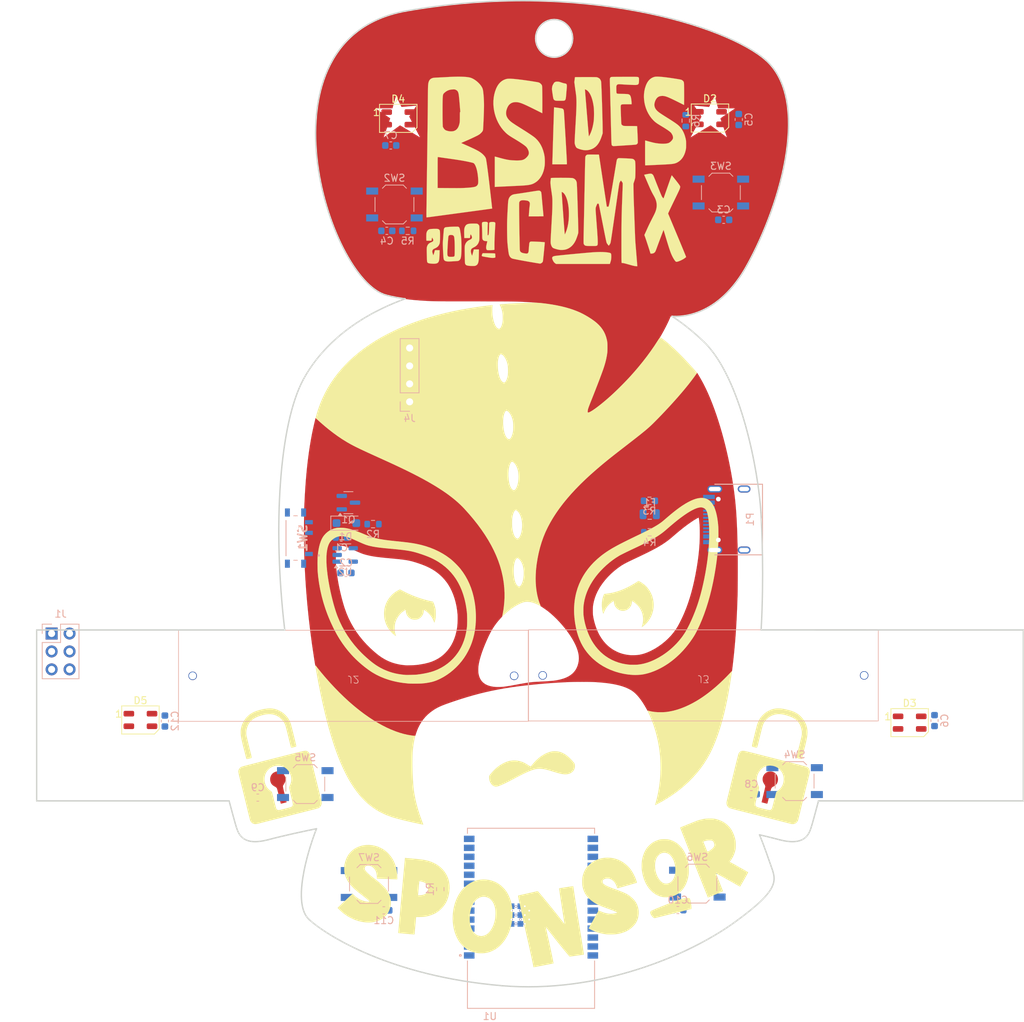
<source format=kicad_pcb>
(kicad_pcb (version 20240108) (generator "pcbnew") (generator_version "8.0")
  (layers (0 "F.Cu" signal) (31 "B.Cu" signal) (34 "B.Paste" user) (35 "F.Paste" user) (36 "B.SilkS" user "B.Silkscreen") (37 "F.SilkS" user "F.Silkscreen") (38 "B.Mask" user) (39 "F.Mask" user) (44 "Edge.Cuts" user))
  (net 0 "")
  (net 1 "Net-(SW1-B)")
  (net 2 "GND")
  (net 3 "+3V3")
  (net 4 "/BOOT")
  (net 5 "/EN")
  (net 6 "/GPIO1")
  (net 7 "/GPIO22")
  (net 8 "/GPIO15")
  (net 9 "/GPIO23")
  (net 10 "Net-(D1-K)")
  (net 11 "VBUS")
  (net 12 "Net-(D2-DOUT)")
  (net 13 "Net-(D2-DIN)")
  (net 14 "Net-(D3-DOUT)")
  (net 15 "Net-(D4-DOUT)")
  (net 17 "Net-(F1-Pad1)")
  (net 24 "Net-(J2-Pin_1)")
  (net 25 "+BATT")
  (net 26 "/SCL")
  (net 27 "/SDA")
  (net 28 "/D+")
  (net 29 "Net-(P1-VCONN)")
  (net 30 "/D-")
  (net 31 "Net-(P1-CC)")
  (net 32 "/PIN")
  (net 42 "/RX")
  (net 46 "/TX")
  (footprint "LED_SMD:LED_WS2812B-Mini_PLCC4_3.5x3.5mm" (layer "F.Cu") (at 196.68 124.94)
    (property "Reference" "D3")
    (property "Value" "WS2812B")
  )
  (footprint "Sponsor:Badge Sponsor_Bsides 2024 CDMX (1)" (layer "F.Cu") (at 128.33 76.238618)
    (property "Reference" "Ref**" (hide yes))
    (property "Value" "Val**" (hide yes))
  )
  (footprint "LED_SMD:LED_WS2812B-Mini_PLCC4_3.5x3.5mm" (layer "F.Cu") (at 87.81 124.56)
    (property "Reference" "D5")
    (property "Value" "WS2812B")
  )
  (footprint "LED_SMD:LED_WS2812B-Mini_PLCC4_3.5x3.5mm" (layer "F.Cu") (at 124.3 39.37)
    (property "Reference" "D4")
    (property "Value" "WS2812B")
  )
  (footprint "LED_SMD:LED_WS2812B-Mini_PLCC4_3.5x3.5mm" (layer "F.Cu") (at 168.42 39.328618)
    (property "Reference" "D2")
    (property "Value" "WS2812B")
  )
  (footprint "Capacitor_SMD:C_0603_1608Metric" (layer "B.Cu") (at 122.26 151.518618)
    (property "Reference" "C11")
    (property "Value" "0.1uF")
  )
  (footprint "Capacitor_SMD:C_0603_1608Metric" (layer "B.Cu") (at 174.27 135.068618 180)
    (property "Reference" "C8")
    (property "Value" "0.1uF")
  )
  (footprint "bsides:Display OLED 128 x32" (layer "B.Cu") (at 125.91 79.51)
    (property "Reference" "J4")
    (property "Value" "OLED")
  )
  (footprint "Connector_PinSocket_2.54mm:PinSocket_2x03_P2.54mm_Vertical" (layer "B.Cu") (at 75.24 112.318618 180)
    (property "Reference" "J1")
    (property "Value" "Conn_02x03_Odd_Even")
  )
  (footprint "Capacitor_SMD:C_0603_1608Metric" (layer "B.Cu") (at 122.68 55.298618)
    (property "Reference" "C4")
    (property "Value" "0.1uF")
  )
  (footprint "Capacitor_SMD:C_0603_1608Metric" (layer "B.Cu") (at 116.23 98.728618)
    (property "Reference" "C1")
    (property "Value" "10uF")
  )
  (footprint "Fuse:Fuse_0805_2012Metric" (layer "B.Cu") (at 159.89 95.428618 180)
    (property "Reference" "F1")
    (property "Value" "0.5A")
  )
  (footprint "Diode_SMD:D_SOD-123F" (layer "B.Cu") (at 116.9625 96.688618)
    (property "Reference" "D1")
    (property "Value" "MBR120")
  )
  (footprint "Button_Switch_SMD:SW_SPST_TL3342" (layer "B.Cu") (at 166.63 147.738618 180)
    (property "Reference" "SW6")
    (property "Value" "RESET")
  )
  (footprint "Package_TO_SOT_SMD:SOT-23-5" (layer "B.Cu") (at 116.79 101.191118)
    (property "Reference" "U2")
    (property "Value" "AP2112K-3.3")
  )
  (footprint "Resistor_SMD:R_0603_1608Metric" (layer "B.Cu") (at 130.25 148.518618 -90)
    (property "Reference" "R1")
    (property "Value" "3.3K")
  )
  (footprint "Resistor_SMD:R_0603_1608Metric" (layer "B.Cu") (at 164.99 39.693618 90)
    (property "Reference" "R6")
    (property "Value" "470")
  )
  (footprint "Capacitor_SMD:C_0603_1608Metric" (layer "B.Cu") (at 91.27 124.71 90)
    (property "Reference" "C12")
    (property "Value" "0.1uF")
  )
  (footprint "Capacitor_SMD:C_0603_1608Metric" (layer "B.Cu") (at 116.9 103.738618 180)
    (property "Reference" "C2")
    (property "Value" "10uF")
  )
  (footprint "Resistor_SMD:R_0603_1608Metric" (layer "B.Cu") (at 159.88 97.978618)
    (property "Reference" "R4")
    (property "Value" "5k1")
  )
  (footprint "Resistor_SMD:R_0603_1608Metric" (layer "B.Cu") (at 159.85 93.528618)
    (property "Reference" "R3")
    (property "Value" "5k1")
  )
  (footprint "Button_Switch_SMD:SW_SPST_TL3342" (layer "B.Cu") (at 123.76 51.568618 180)
    (property "Reference" "SW2")
    (property "Value" "RESET")
  )
  (footprint "Capacitor_SMD:C_0603_1608Metric" (layer "B.Cu") (at 104.42 135.558618 180)
    (property "Reference" "C9")
    (property "Value" "0.1uF")
  )
  (footprint "bsides:C393939" (layer "B.Cu") (at 169.1025 96.178618 -90)
    (property "Reference" "P1")
    (property "Value" "USB_C_Plug_USB2.0" (hide yes))
  )
  (footprint "bsides:MSK12C02" (layer "B.Cu") (at 109.76 98.808618 90)
    (property "Reference" "SW1")
    (property "Value" "ON" (hide yes))
  )
  (footprint "Capacitor_SMD:C_0603_1608Metric" (layer "B.Cu") (at 163.875 151.478618 180)
    (property "Reference" "C10")
    (property "Value" "0.1uF")
  )
  (footprint "Button_Switch_SMD:SW_SPST_TL3342" (layer "B.Cu") (at 169.96 49.878618 180)
    (property "Reference" "SW3")
    (property "Value" "BOOT")
  )
  (footprint "Button_Switch_SMD:SW_SPST_TL3342" (layer "B.Cu") (at 120.16 147.788618 180)
    (property "Reference" "SW7")
    (property "Value" "~")
  )
  (footprint "Button_Switch_SMD:SW_SPST_TL3342" (layer "B.Cu") (at 180.4 133.22 180)
    (property "Reference" "SW4")
    (property "Value" "RESET")
  )
  (footprint "Capacitor_SMD:C_0603_1608Metric" (layer "B.Cu") (at 172.49 39.528618 90)
    (property "Reference" "C5")
    (property "Value" "0.1uF")
  )
  (footprint "bsides:BH-AAA-A1aj001" (layer "B.Cu") (at 117.95 118.31)
    (property "Reference" "J2")
    (property "Value" "Battery")
  )
  (footprint "Capacitor_SMD:C_0603_1608Metric" (layer "B.Cu") (at 123.24 43.208618 180)
    (property "Reference" "C7")
    (property "Value" "0.1uF")
  )
  (footprint "Package_TO_SOT_SMD:SOT-23" (layer "B.Cu") (at 117.24 93.788618)
    (property "Reference" "Q1")
    (property "Value" "DMG3415U-7")
  )
  (footprint "Resistor_SMD:R_0603_1608Metric" (layer "B.Cu") (at 120.73 96.828618)
    (property "Reference" "R2")
    (property "Value" "100K")
  )
  (footprint "Capacitor_SMD:C_0603_1608Metric" (layer "B.Cu") (at 170.36 53.738618 180)
    (property "Reference" "C3")
    (property "Value" "0.1uF")
  )
  (footprint "bsides:BH-AAA-A1aj001" (layer "B.Cu") (at 167.49 118.25)
    (property "Reference" "J3")
    (property "Value" "Battery")
  )
  (footprint "Resistor_SMD:R_0603_1608Metric" (layer "B.Cu") (at 125.64 55.298618)
    (property "Reference" "R5")
    (property "Value" "10K")
  )
  (footprint "Button_Switch_SMD:SW_SPST_TL3342" (layer "B.Cu") (at 111.14 133.64 180)
    (property "Reference" "SW5")
    (property "Value" "~")
  )
  (footprint "bsides:XCVR_ESP32-C6-WROOM-1-N8" (layer "B.Cu") (at 143.09 152.648618)
    (property "Reference" "U1")
    (property "Value" "ESP32-C6-WROOM-1U-N4")
  )
  (footprint "Capacitor_SMD:C_0603_1608Metric" (layer "B.Cu") (at 200.2 124.65 90)
    (property "Reference" "C6")
    (property "Value" "0.1uF")
  )
  (gr_line (start 183.780006 136.019927) (end 212.765412 136.019927) (stroke (width 0.2)) (layer "Edge.Cuts"))
  (gr_curve (pts (xy 146.36517 30.717734) (xy 144.915356 30.717734) (xy 143.742048 29.522186) (xy 143.742048 28.044899)) (stroke (width 0.2)) (layer "Edge.Cuts"))
  (gr_curve (pts (xy 138.974355 162.191979) (xy 152.611019 163.340569) (xy 165.393388 157.929884) (xy 171.933434 153.191035)) (stroke (width 0.2)) (layer "Edge.Cuts"))
  (gr_line (start 108.234294 111.82) (end 73.12 111.82) (stroke (width 0.2)) (layer "Edge.Cuts"))
  (gr_curve (pts (xy 175.432123 140.82379) (xy 176.367919 141.040521) (xy 177.332106 141.275282) (xy 178.246655 141.517295)) (stroke (width 0.2)) (layer "Edge.Cuts"))
  (gr_curve (pts (xy 177.009519 145.096711) (xy 176.740136 144.345422) (xy 176.187134 142.655043) (xy 175.432123 140.82379)) (stroke (width 0.2)) (layer "Edge.Cuts"))
  (gr_curve (pts (xy 125.405063 24.169305) (xy 103.764346 28.008787) (xy 114.306451 62.177637) (xy 122.615345 64.409807)) (stroke (width 0.2)) (layer "Edge.Cuts"))
  (gr_line (start 73.12 136.019931) (end 100.357849 136.019931) (stroke (width 0.2)) (layer "Edge.Cuts"))
  (gr_curve (pts (xy 143.742048 28.044899) (xy 143.742048 26.56763) (xy 144.91536 25.372063) (xy 146.36517 25.372063)) (stroke (width 0.2)) (layer "Edge.Cuts"))
  (gr_curve (pts (xy 163.057387 67.393264) (xy 164.259061 67.501619) (xy 169.597454 67.52329) (xy 173.652648 60.176635)) (stroke (width 0.2)) (layer "Edge.Cuts"))
  (gr_curve (pts (xy 119.233639 67.805028) (xy 114.568759 70.676516) (xy 112.101602 74.046432) (xy 110.853846 76.3689)) (stroke (width 0.2)) (layer "Edge.Cuts"))
  (gr_curve (pts (xy 122.615345 64.409807) (xy 123.441257 64.630131) (xy 124.330993 64.796287) (xy 125.270359 64.9191)) (stroke (width 0.2)) (layer "Edge.Cuts"))
  (gr_curve (pts (xy 112.601429 140.285616) (xy 111.396207 143.478573) (xy 109.276454 150.619345) (xy 111.686877 152.826248)) (stroke (width 0.2)) (layer "Edge.Cuts"))
  (gr_curve (pts (xy 167.562771 71.019635) (xy 166.151946 69.654336) (xy 164.652524 68.447941) (xy 163.057387 67.393264)) (stroke (width 0.2)) (layer "Edge.Cuts"))
  (gr_curve (pts (xy 101.375192 139.711334) (xy 101.690678 140.679328) (xy 102.243659 142.485293) (xy 105.8912 141.517299)) (stroke (width 0.2)) (layer "Edge.Cuts"))
  (gr_curve (pts (xy 175.66 111.81) (xy 176.080795 104.299961) (xy 175.761778 97.433679) (xy 175.630626 95.208741)) (stroke (width 0.2)) (layer "Edge.Cuts"))
  (gr_curve (pts (xy 148.98827 28.044899) (xy 148.98827 29.522189) (xy 147.814958 30.717734) (xy 146.36517 30.717734)) (stroke (width 0.2)) (layer "Edge.Cuts"))
  (gr_curve (pts (xy 125.270359 64.9191) (xy 123.069062 65.724553) (xy 121.052099 66.685315) (xy 119.233639 67.805028)) (stroke (width 0.2)) (layer "Edge.Cuts"))
  (gr_curve (pts (xy 176.321834 31.136711) (xy 170.870009 26.282277) (xy 150.23603 19.762747) (xy 125.405063 24.169305)) (stroke (width 0.2)) (layer "Edge.Cuts"))
  (gr_line (start 73.12 111.82) (end 73.12 136.019931) (stroke (width 0.2)) (layer "Edge.Cuts"))
  (gr_curve (pts (xy 146.36517 25.372063) (xy 147.814962 25.372063) (xy 148.98827 26.567634) (xy 148.98827 28.044899)) (stroke (width 0.2)) (layer "Edge.Cuts"))
  (gr_curve (pts (xy 111.686877 152.826248) (xy 114.093755 155.036749) (xy 123.221486 160.862792) (xy 138.974355 162.191979)) (stroke (width 0.2)) (layer "Edge.Cuts"))
  (gr_curve (pts (xy 173.652648 60.176635) (xy 178.686197 51.063722) (xy 182.549963 36.688244) (xy 176.321834 31.136711)) (stroke (width 0.2)) (layer "Edge.Cuts"))
  (gr_curve (pts (xy 171.933434 153.191035) (xy 178.473501 148.452183) (xy 177.785819 147.267484) (xy 177.009519 145.096711)) (stroke (width 0.2)) (layer "Edge.Cuts"))
  (gr_line (start 212.765412 136.019927) (end 212.765412 111.819996) (stroke (width 0.2)) (layer "Edge.Cuts"))
  (gr_curve (pts (xy 100.357849 136.019931) (xy 100.804491 137.685027) (xy 101.229864 139.256227) (xy 101.375192 139.711334)) (stroke (width 0.2)) (layer "Edge.Cuts"))
  (gr_curve (pts (xy 182.762663 139.71133) (xy 182.907987 139.256224) (xy 183.336912 137.68502) (xy 183.780006 136.019927)) (stroke (width 0.2)) (layer "Edge.Cuts"))
  (gr_curve (pts (xy 112.725489 139.960536) (xy 112.682952 140.065296) (xy 112.640418 140.17365) (xy 112.601429 140.285616)) (stroke (width 0.2)) (layer "Edge.Cuts"))
  (gr_line (start 212.765412 111.819996) (end 175.66 111.81) (stroke (width 0.2)) (layer "Edge.Cuts"))
  (gr_curve (pts (xy 105.8912 141.517299) (xy 108.329988 140.870749) (xy 111.133899 140.282005) (xy 112.725489 139.960536)) (stroke (width 0.2)) (layer "Edge.Cuts"))
  (gr_curve (pts (xy 175.630626 95.208741) (xy 175.297419 89.541623) (xy 172.883444 76.173866) (xy 167.562771 71.019635)) (stroke (width 0.2)) (layer "Edge.Cuts"))
  (gr_curve (pts (xy 110.853846 76.3689) (xy 107.500527 82.613941) (xy 106.486732 97.083333) (xy 108.234294 111.82)) (stroke (width 0.2)) (layer "Edge.Cuts"))
  (gr_curve (pts (xy 178.246655 141.517295) (xy 181.894195 142.485289) (xy 182.450725 140.679324) (xy 182.762663 139.71133)) (stroke (width 0.2)) (layer "Edge.Cuts"))
)
</source>
